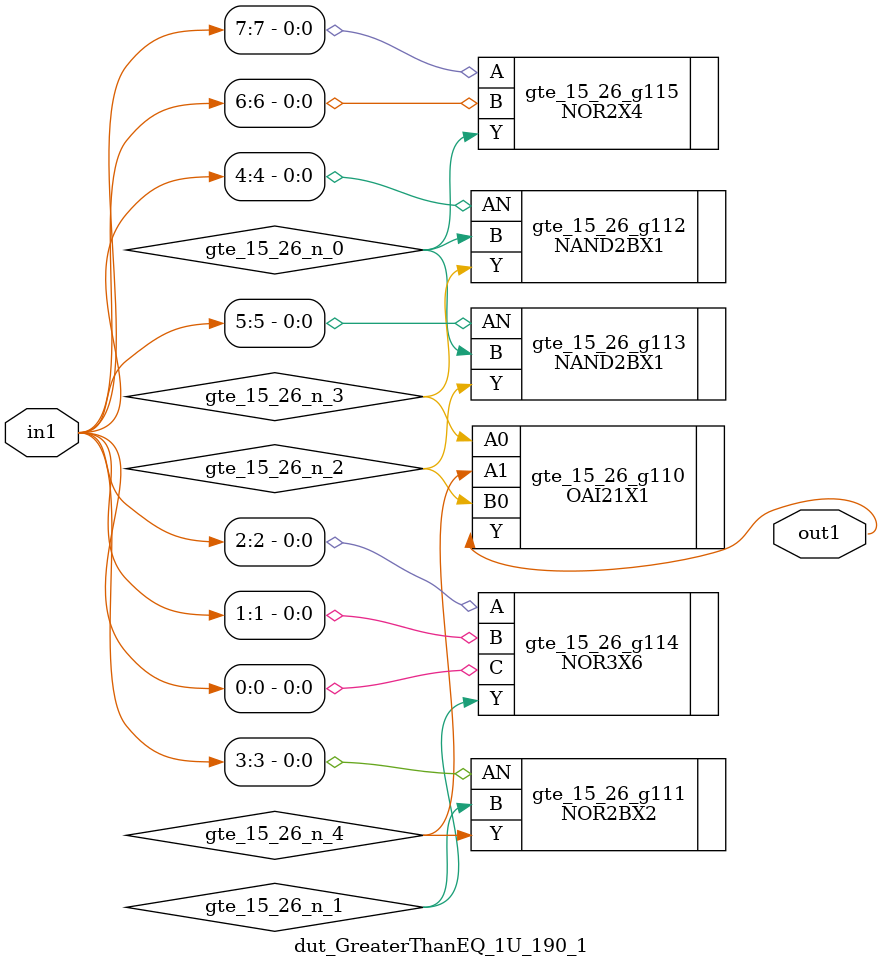
<source format=v>
`timescale 1ps / 1ps


module dut_GreaterThanEQ_1U_190_1(in1, out1);
  input [7:0] in1;
  output out1;
  wire [7:0] in1;
  wire out1;
  wire gte_15_26_n_0, gte_15_26_n_1, gte_15_26_n_2, gte_15_26_n_3,
       gte_15_26_n_4;
  OAI21X1 gte_15_26_g110(.A0 (gte_15_26_n_3), .A1 (gte_15_26_n_4), .B0
       (gte_15_26_n_2), .Y (out1));
  NOR2BX2 gte_15_26_g111(.AN (in1[3]), .B (gte_15_26_n_1), .Y
       (gte_15_26_n_4));
  NAND2BX1 gte_15_26_g112(.AN (in1[4]), .B (gte_15_26_n_0), .Y
       (gte_15_26_n_3));
  NAND2BX1 gte_15_26_g113(.AN (in1[5]), .B (gte_15_26_n_0), .Y
       (gte_15_26_n_2));
  NOR3X6 gte_15_26_g114(.A (in1[2]), .B (in1[1]), .C (in1[0]), .Y
       (gte_15_26_n_1));
  NOR2X4 gte_15_26_g115(.A (in1[7]), .B (in1[6]), .Y (gte_15_26_n_0));
endmodule



</source>
